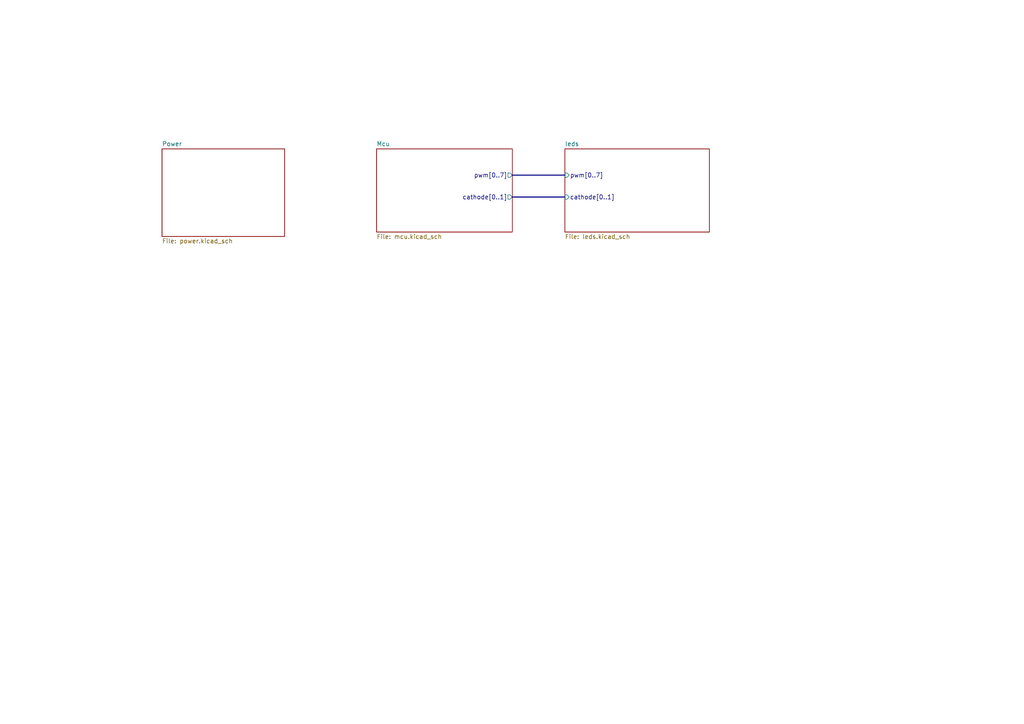
<source format=kicad_sch>
(kicad_sch
	(version 20231120)
	(generator "eeschema")
	(generator_version "8.0")
	(uuid "a7c50b29-e914-4aee-9ec8-81f37f7bd068")
	(paper "A4")
	(lib_symbols)
	(bus
		(pts
			(xy 148.59 50.8) (xy 163.83 50.8)
		)
		(stroke
			(width 0)
			(type default)
		)
		(uuid "30e68481-7ccc-4d4f-981f-9e5015253ef3")
	)
	(bus
		(pts
			(xy 148.59 57.15) (xy 163.83 57.15)
		)
		(stroke
			(width 0)
			(type default)
		)
		(uuid "6d3341c5-5a97-4ed8-9522-15c5a51383b5")
	)
	(sheet
		(at 109.22 43.18)
		(size 39.37 24.13)
		(fields_autoplaced yes)
		(stroke
			(width 0.1524)
			(type solid)
		)
		(fill
			(color 0 0 0 0.0000)
		)
		(uuid "858a59c4-d6e3-4a1e-955d-510d1161f2bb")
		(property "Sheetname" "Mcu"
			(at 109.22 42.4684 0)
			(effects
				(font
					(size 1.27 1.27)
				)
				(justify left bottom)
			)
		)
		(property "Sheetfile" "mcu.kicad_sch"
			(at 109.22 67.8946 0)
			(effects
				(font
					(size 1.27 1.27)
				)
				(justify left top)
			)
		)
		(pin "pwm[0..7]" output
			(at 148.59 50.8 0)
			(effects
				(font
					(size 1.27 1.27)
				)
				(justify right)
			)
			(uuid "385ba591-5fdc-41d6-8450-bcd74429197f")
		)
		(pin "cathode[0..1]" output
			(at 148.59 57.15 0)
			(effects
				(font
					(size 1.27 1.27)
				)
				(justify right)
			)
			(uuid "33fb0594-a032-482a-a427-588d2212978b")
		)
		(instances
			(project "nametag"
				(path "/a7c50b29-e914-4aee-9ec8-81f37f7bd068"
					(page "3")
				)
			)
		)
	)
	(sheet
		(at 46.99 43.18)
		(size 35.56 25.4)
		(fields_autoplaced yes)
		(stroke
			(width 0.1524)
			(type solid)
		)
		(fill
			(color 0 0 0 0.0000)
		)
		(uuid "a48f65a2-3369-4655-9ad9-13ca4e244bfb")
		(property "Sheetname" "Power"
			(at 46.99 42.4684 0)
			(effects
				(font
					(size 1.27 1.27)
				)
				(justify left bottom)
			)
		)
		(property "Sheetfile" "power.kicad_sch"
			(at 46.99 69.1646 0)
			(effects
				(font
					(size 1.27 1.27)
				)
				(justify left top)
			)
		)
		(instances
			(project "nametag"
				(path "/a7c50b29-e914-4aee-9ec8-81f37f7bd068"
					(page "2")
				)
			)
		)
	)
	(sheet
		(at 163.83 43.18)
		(size 41.91 24.13)
		(fields_autoplaced yes)
		(stroke
			(width 0.1524)
			(type solid)
		)
		(fill
			(color 0 0 0 0.0000)
		)
		(uuid "dc8ff778-1b81-480d-bcfd-847ba7776358")
		(property "Sheetname" "leds"
			(at 163.83 42.4684 0)
			(effects
				(font
					(size 1.27 1.27)
				)
				(justify left bottom)
			)
		)
		(property "Sheetfile" "leds.kicad_sch"
			(at 163.83 67.8946 0)
			(effects
				(font
					(size 1.27 1.27)
				)
				(justify left top)
			)
		)
		(pin "pwm[0..7]" input
			(at 163.83 50.8 180)
			(effects
				(font
					(size 1.27 1.27)
				)
				(justify left)
			)
			(uuid "2fdf9aee-b426-428e-b754-11fa83cdad9f")
		)
		(pin "cathode[0..1]" input
			(at 163.83 57.15 180)
			(effects
				(font
					(size 1.27 1.27)
				)
				(justify left)
			)
			(uuid "26a61b7d-9542-4d3e-bc5f-681d9fabb1c0")
		)
		(instances
			(project "nametag"
				(path "/a7c50b29-e914-4aee-9ec8-81f37f7bd068"
					(page "4")
				)
			)
		)
	)
	(sheet_instances
		(path "/"
			(page "1")
		)
	)
)

</source>
